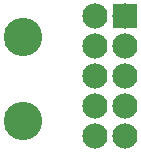
<source format=gts>
G04 MADE WITH FRITZING*
G04 WWW.FRITZING.ORG*
G04 DOUBLE SIDED*
G04 HOLES PLATED*
G04 CONTOUR ON CENTER OF CONTOUR VECTOR*
%ASAXBY*%
%FSLAX23Y23*%
%MOIN*%
%OFA0B0*%
%SFA1.0B1.0*%
%ADD10C,0.128110*%
%ADD11C,0.084000*%
%ADD12R,0.084000X0.084000*%
%LNMASK1*%
G90*
G70*
G54D10*
X128Y644D03*
X128Y364D03*
G54D11*
X371Y715D03*
X371Y615D03*
X371Y515D03*
X371Y415D03*
X371Y315D03*
X471Y715D03*
X471Y615D03*
X471Y515D03*
X471Y415D03*
X471Y315D03*
X371Y715D03*
X371Y615D03*
X371Y515D03*
X371Y415D03*
X371Y315D03*
X471Y715D03*
X471Y615D03*
X471Y515D03*
X471Y415D03*
X471Y315D03*
G54D12*
X471Y715D03*
X471Y715D03*
G04 End of Mask1*
M02*
</source>
